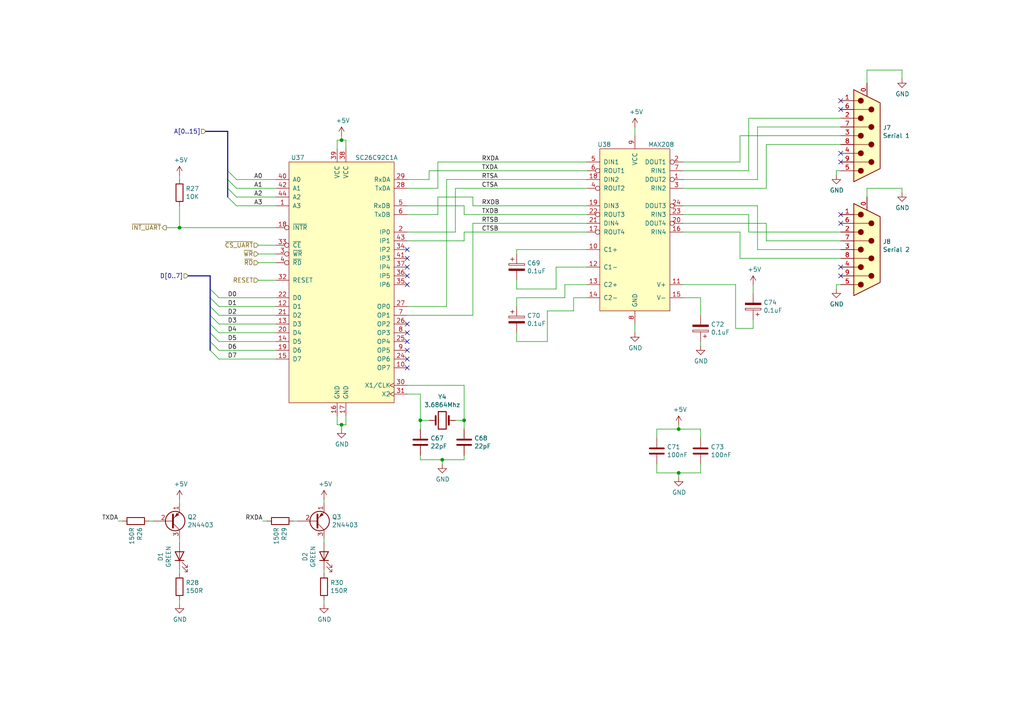
<source format=kicad_sch>
(kicad_sch (version 20211123) (generator eeschema)
  (paper "A4")
  (title_block (title "Y Ddraig Fach") (company "Stephen Moody"))
  (lib_symbols
    (symbol "Connector:DB9_Male_MountingHoles" (pin_names (offset 1.016) hide)
      (property "Reference" "J" (at 0 16.51 0))
      (property "Value" "DB9_Male_MountingHoles" (at 0 14.605 0))
      (symbol "DB9_Male_MountingHoles_0_1"
        (circle (center -1.778 -10.16) (radius 0.762) (fill (type outline)))
        (circle (center -1.778 -5.08) (radius 0.762) (fill (type outline)))
        (circle (center -1.778 0) (radius 0.762) (fill (type outline)))
        (circle (center -1.778 5.08) (radius 0.762) (fill (type outline)))
        (circle (center -1.778 10.16) (radius 0.762) (fill (type outline)))
        (polyline (pts (xy -3.81 -10.16) (xy -2.54 -10.16)))
        (polyline (pts (xy -3.81 -7.62) (xy 0.508 -7.62)))
        (polyline (pts (xy -3.81 -5.08) (xy -2.54 -5.08)))
        (polyline (pts (xy -3.81 -2.54) (xy 0.508 -2.54)))
        (polyline (pts (xy -3.81 0) (xy -2.54 0)))
        (polyline (pts (xy -3.81 2.54) (xy 0.508 2.54)))
        (polyline (pts (xy -3.81 5.08) (xy -2.54 5.08)))
        (polyline (pts (xy -3.81 7.62) (xy 0.508 7.62)))
        (polyline (pts (xy -3.81 10.16) (xy -2.54 10.16)))
        (polyline (pts (xy -3.81 -13.335) (xy -3.81 13.335) (xy 3.81 9.525) (xy 3.81 -9.525) (xy -3.81 -13.335)) (stroke (width 0.254)) (fill (type background)))
        (circle (center 1.27 -7.62) (radius 0.762) (fill (type outline)))
        (circle (center 1.27 -2.54) (radius 0.762) (fill (type outline)))
        (circle (center 1.27 2.54) (radius 0.762) (fill (type outline)))
        (circle (center 1.27 7.62) (radius 0.762) (fill (type outline)))
      )
      (symbol "DB9_Male_MountingHoles_1_1"
        (pin passive line (at 0 -15.24 90) (length 3.81) (name "PAD") (number "0"))
        (pin passive line (at -7.62 -10.16 0) (length 3.81) (name "1") (number "1"))
        (pin passive line (at -7.62 -5.08 0) (length 3.81) (name "2") (number "2"))
        (pin passive line (at -7.62 0 0) (length 3.81) (name "3") (number "3"))
        (pin passive line (at -7.62 5.08 0) (length 3.81) (name "4") (number "4"))
        (pin passive line (at -7.62 10.16 0) (length 3.81) (name "5") (number "5"))
        (pin passive line (at -7.62 -7.62 0) (length 3.81) (name "6") (number "6"))
        (pin passive line (at -7.62 -2.54 0) (length 3.81) (name "7") (number "7"))
        (pin passive line (at -7.62 2.54 0) (length 3.81) (name "8") (number "8"))
        (pin passive line (at -7.62 7.62 0) (length 3.81) (name "9") (number "9"))
      )
    )
    (symbol "Ddraig:MAX208" (pin_names (offset 1.016))
      (property "Reference" "U" (at -8.89 25.4 0))
      (property "Value" "MAX208" (at 6.35 25.4 0))
      (symbol "MAX208_0_1"
        (rectangle (start -10.16 24.13) (end 10.16 -22.86) (fill (type background)))
      )
      (symbol "MAX208_1_1"
        (pin output inverted (at 13.97 15.24 180) (length 3.81) (name "DOUT2") (number "1"))
        (pin passive line (at -13.97 -5.08 0) (length 3.81) (name "C1+") (number "10"))
        (pin passive line (at 13.97 -15.24 180) (length 3.81) (name "V+") (number "11"))
        (pin passive line (at -13.97 -10.16 0) (length 3.81) (name "C1-") (number "12"))
        (pin passive line (at -13.97 -15.24 0) (length 3.81) (name "C2+") (number "13"))
        (pin passive line (at -13.97 -19.05 0) (length 3.81) (name "C2-") (number "14"))
        (pin passive line (at 13.97 -19.05 180) (length 3.81) (name "V-") (number "15"))
        (pin input line (at 13.97 0 180) (length 3.81) (name "RIN4") (number "16"))
        (pin output inverted (at -13.97 0 0) (length 3.81) (name "ROUT4") (number "17"))
        (pin input line (at -13.97 15.24 0) (length 3.81) (name "DIN2") (number "18"))
        (pin input line (at -13.97 7.62 0) (length 3.81) (name "DIN3") (number "19"))
        (pin output inverted (at 13.97 20.32 180) (length 3.81) (name "DOUT1") (number "2"))
        (pin output inverted (at 13.97 2.54 180) (length 3.81) (name "DOUT4") (number "20"))
        (pin input line (at -13.97 2.54 0) (length 3.81) (name "DIN4") (number "21"))
        (pin output inverted (at -13.97 5.08 0) (length 3.81) (name "ROUT3") (number "22"))
        (pin input line (at 13.97 5.08 180) (length 3.81) (name "RIN3") (number "23"))
        (pin output inverted (at 13.97 7.62 180) (length 3.81) (name "DOUT3") (number "24"))
        (pin input line (at 13.97 12.7 180) (length 3.81) (name "RIN2") (number "3"))
        (pin output inverted (at -13.97 12.7 0) (length 3.81) (name "ROUT2") (number "4"))
        (pin input line (at -13.97 20.32 0) (length 3.81) (name "DIN1") (number "5"))
        (pin output inverted (at -13.97 17.78 0) (length 3.81) (name "ROUT1") (number "6"))
        (pin input line (at 13.97 17.78 180) (length 3.81) (name "RIN1") (number "7"))
        (pin power_in line (at 0 -26.67 90) (length 3.81) (name "GND") (number "8"))
        (pin power_in line (at 0 27.94 270) (length 3.81) (name "VCC") (number "9"))
      )
    )
    (symbol "Ddraig:SC26C92C1A" (pin_names (offset 1.016))
      (property "Reference" "U" (at -13.97 35.56 0))
      (property "Value" "SC26C92C1A" (at 12.7 35.56 0))
      (symbol "SC26C92C1A_0_1"
        (rectangle (start -15.24 34.29) (end 15.24 -35.56) (fill (type background)))
      )
      (symbol "SC26C92C1A_1_1"
        (pin input line (at -19.05 21.59 0) (length 3.81) (name "A3") (number "1"))
        (pin output line (at 19.05 -25.4 180) (length 3.81) (name "OP7") (number "10"))
        (pin no_connect line (at -19.05 -27.94 0) (length 3.81) hide (name "NC") (number "11"))
        (pin bidirectional line (at -19.05 -7.62 0) (length 3.81) (name "D1") (number "12"))
        (pin bidirectional line (at -19.05 -12.7 0) (length 3.81) (name "D3") (number "13"))
        (pin bidirectional line (at -19.05 -17.78 0) (length 3.81) (name "D5") (number "14"))
        (pin bidirectional line (at -19.05 -22.86 0) (length 3.81) (name "D7") (number "15"))
        (pin power_in line (at -1.27 -39.37 90) (length 3.81) (name "GND") (number "16"))
        (pin power_in line (at 1.27 -39.37 90) (length 3.81) (name "GND") (number "17"))
        (pin output inverted (at -19.05 15.24 0) (length 3.81) (name "~{INTR}") (number "18"))
        (pin bidirectional line (at -19.05 -20.32 0) (length 3.81) (name "D6") (number "19"))
        (pin input line (at 19.05 13.97 180) (length 3.81) (name "IP0") (number "2"))
        (pin bidirectional line (at -19.05 -15.24 0) (length 3.81) (name "D4") (number "20"))
        (pin bidirectional line (at -19.05 -10.16 0) (length 3.81) (name "D2") (number "21"))
        (pin bidirectional line (at -19.05 -5.08 0) (length 3.81) (name "D0") (number "22"))
        (pin no_connect line (at -19.05 -30.48 0) (length 3.81) hide (name "NC") (number "23"))
        (pin output line (at 19.05 -22.86 180) (length 3.81) (name "OP6") (number "24"))
        (pin output line (at 19.05 -17.78 180) (length 3.81) (name "OP4") (number "25"))
        (pin output line (at 19.05 -12.7 180) (length 3.81) (name "OP2") (number "26"))
        (pin output line (at 19.05 -7.62 180) (length 3.81) (name "OP0") (number "27"))
        (pin output line (at 19.05 26.67 180) (length 3.81) (name "TxDA") (number "28"))
        (pin input line (at 19.05 29.21 180) (length 3.81) (name "RxDA") (number "29"))
        (pin input inverted (at -19.05 7.62 0) (length 3.81) (name "~{WR}") (number "3"))
        (pin input clock (at 19.05 -30.48 180) (length 3.81) (name "X1/CLK") (number "30"))
        (pin input clock (at 19.05 -33.02 180) (length 3.81) (name "X2") (number "31"))
        (pin input line (at -19.05 0 0) (length 3.81) (name "RESET") (number "32"))
        (pin input inverted (at -19.05 10.16 0) (length 3.81) (name "~{CE}") (number "33"))
        (pin input line (at 19.05 8.89 180) (length 3.81) (name "IP2") (number "34"))
        (pin input line (at 19.05 -1.27 180) (length 3.81) (name "IP6") (number "35"))
        (pin input line (at 19.05 1.27 180) (length 3.81) (name "IP5") (number "36"))
        (pin input line (at 19.05 3.81 180) (length 3.81) (name "IP4") (number "37"))
        (pin power_in line (at 1.27 38.1 270) (length 3.81) (name "VCC") (number "38"))
        (pin power_in line (at -1.27 38.1 270) (length 3.81) (name "VCC") (number "39"))
        (pin input inverted (at -19.05 5.08 0) (length 3.81) (name "~{RD}") (number "4"))
        (pin input line (at -19.05 29.21 0) (length 3.81) (name "A0") (number "40"))
        (pin input line (at 19.05 6.35 180) (length 3.81) (name "IP3") (number "41"))
        (pin input line (at -19.05 26.67 0) (length 3.81) (name "A1") (number "42"))
        (pin input line (at 19.05 11.43 180) (length 3.81) (name "IP1") (number "43"))
        (pin input line (at -19.05 24.13 0) (length 3.81) (name "A2") (number "44"))
        (pin input line (at 19.05 21.59 180) (length 3.81) (name "RxDB") (number "5"))
        (pin output line (at 19.05 19.05 180) (length 3.81) (name "TxDB") (number "6"))
        (pin output line (at 19.05 -10.16 180) (length 3.81) (name "OP1") (number "7"))
        (pin output line (at 19.05 -15.24 180) (length 3.81) (name "OP3") (number "8"))
        (pin output line (at 19.05 -20.32 180) (length 3.81) (name "OP5") (number "9"))
      )
    )
    (symbol "Device:C" (pin_numbers hide) (pin_names (offset 0.254))
      (property "Reference" "C" (at 0.635 2.54 0))
      (property "Value" "C" (at 0.635 -2.54 0))
      (symbol "C_0_1"
        (polyline (pts (xy -2.032 -0.762) (xy 2.032 -0.762)) (stroke (width 0.508)))
        (polyline (pts (xy -2.032 0.762) (xy 2.032 0.762)) (stroke (width 0.508)))
      )
      (symbol "C_1_1"
        (pin passive line (at 0 3.81 270) (length 2.794) (name "~") (number "1"))
        (pin passive line (at 0 -3.81 90) (length 2.794) (name "~") (number "2"))
      )
    )
    (symbol "Device:C_Polarized" (pin_numbers hide) (pin_names (offset 0.254))
      (property "Reference" "C" (at 0.635 2.54 0))
      (property "Value" "C_Polarized" (at 0.635 -2.54 0))
      (symbol "C_Polarized_0_1"
        (rectangle (start -2.286 0.508) (end 2.286 1.016))
        (polyline (pts (xy -1.778 2.286) (xy -0.762 2.286)))
        (polyline (pts (xy -1.27 2.794) (xy -1.27 1.778)))
        (rectangle (start 2.286 -0.508) (end -2.286 -1.016) (fill (type outline)))
      )
      (symbol "C_Polarized_1_1"
        (pin passive line (at 0 3.81 270) (length 2.794) (name "~") (number "1"))
        (pin passive line (at 0 -3.81 90) (length 2.794) (name "~") (number "2"))
      )
    )
    (symbol "Device:Crystal" (pin_numbers hide) (pin_names (offset 1.016) hide)
      (property "Reference" "Y" (at 0 3.81 0))
      (property "Value" "Crystal" (at 0 -3.81 0))
      (symbol "Crystal_0_1"
        (rectangle (start -1.143 2.54) (end 1.143 -2.54) (stroke (width 0.3048)))
        (polyline (pts (xy -2.54 0) (xy -1.905 0)))
        (polyline (pts (xy -1.905 -1.27) (xy -1.905 1.27)) (stroke (width 0.508)))
        (polyline (pts (xy 1.905 -1.27) (xy 1.905 1.27)) (stroke (width 0.508)))
        (polyline (pts (xy 2.54 0) (xy 1.905 0)))
      )
      (symbol "Crystal_1_1"
        (pin passive line (at -3.81 0 0) (length 1.27) (name "1") (number "1"))
        (pin passive line (at 3.81 0 180) (length 1.27) (name "2") (number "2"))
      )
    )
    (symbol "Device:LED" (pin_numbers hide) (pin_names (offset 1.016) hide)
      (property "Reference" "D" (at 0 2.54 0))
      (property "Value" "LED" (at 0 -2.54 0))
      (symbol "LED_0_1"
        (polyline (pts (xy -1.27 -1.27) (xy -1.27 1.27)) (stroke (width 0.254)))
        (polyline (pts (xy -1.27 0) (xy 1.27 0)))
        (polyline (pts (xy 1.27 -1.27) (xy 1.27 1.27) (xy -1.27 0) (xy 1.27 -1.27)) (stroke (width 0.254)))
        (polyline (pts (xy -3.048 -0.762) (xy -4.572 -2.286) (xy -3.81 -2.286) (xy -4.572 -2.286) (xy -4.572 -1.524)))
        (polyline (pts (xy -1.778 -0.762) (xy -3.302 -2.286) (xy -2.54 -2.286) (xy -3.302 -2.286) (xy -3.302 -1.524)))
      )
      (symbol "LED_1_1"
        (pin passive line (at -3.81 0 0) (length 2.54) (name "K") (number "1"))
        (pin passive line (at 3.81 0 180) (length 2.54) (name "A") (number "2"))
      )
    )
    (symbol "Device:Q_PNP_EBC" (pin_names (offset 0) hide)
      (property "Reference" "Q" (at 5.08 1.27 0))
      (property "Value" "Q_PNP_EBC" (at 5.08 -1.27 0))
      (symbol "Q_PNP_EBC_0_1"
        (polyline (pts (xy 0.635 0.635) (xy 2.54 2.54)))
        (polyline (pts (xy 0.635 -0.635) (xy 2.54 -2.54) (xy 2.54 -2.54)))
        (polyline (pts (xy 0.635 1.905) (xy 0.635 -1.905) (xy 0.635 -1.905)) (stroke (width 0.508)))
        (polyline (pts (xy 2.286 -1.778) (xy 1.778 -2.286) (xy 1.27 -1.27) (xy 2.286 -1.778) (xy 2.286 -1.778)) (fill (type outline)))
        (circle (center 1.27 0) (radius 2.8194) (stroke (width 0.254)))
      )
      (symbol "Q_PNP_EBC_1_1"
        (pin passive line (at 2.54 -5.08 90) (length 2.54) (name "E") (number "1"))
        (pin input line (at -5.08 0 0) (length 5.715) (name "B") (number "2"))
        (pin passive line (at 2.54 5.08 270) (length 2.54) (name "C") (number "3"))
      )
    )
    (symbol "Device:R" (pin_numbers hide) (pin_names (offset 0))
      (property "Reference" "R" (at 2.032 0 90))
      (property "Value" "R" (at 0 0 90))
      (symbol "R_0_1"
        (rectangle (start -1.016 -2.54) (end 1.016 2.54) (stroke (width 0.254)))
      )
      (symbol "R_1_1"
        (pin passive line (at 0 3.81 270) (length 1.27) (name "~") (number "1"))
        (pin passive line (at 0 -3.81 90) (length 1.27) (name "~") (number "2"))
      )
    )
    (symbol "power:+5V" (power) (pin_names (offset 0))
      (property "Value" "+5V" (at 0 3.556 0))
      (symbol "+5V_0_1"
        (polyline (pts (xy -0.762 1.27) (xy 0 2.54)))
        (polyline (pts (xy 0 0) (xy 0 2.54)))
        (polyline (pts (xy 0 2.54) (xy 0.762 1.27)))
      )
      (symbol "+5V_1_1"
        (pin power_in line (at 0 0 90) (length 0) hide (name "+5V") (number "1"))
      )
    )
    (symbol "power:GND" (power) (pin_names (offset 0))
      (property "Value" "GND" (at 0 -3.81 0))
      (symbol "GND_0_1"
        (polyline (pts (xy 0 0) (xy 0 -1.27) (xy 1.27 -1.27) (xy 0 -2.54) (xy -1.27 -1.27) (xy 0 -1.27)))
      )
      (symbol "GND_1_1"
        (pin power_in line (at 0 0 270) (length 0) hide (name "GND") (number "1"))
      )
    )
  )
  (junction (at 99.06 40.64))
  (junction (at 121.92 121.92))
  (junction (at 99.06 123.19))
  (junction (at 134.62 121.92))
  (junction (at 196.85 137.16))
  (junction (at 52.07 66.04))
  (junction (at 196.85 124.46))
  (junction (at 128.27 133.35))
  (no_connect (at 118.11 80.01))
  (no_connect (at 118.11 101.6))
  (no_connect (at 118.11 93.98))
  (no_connect (at 243.84 44.45))
  (no_connect (at 118.11 96.52))
  (no_connect (at 243.84 62.23))
  (no_connect (at 118.11 104.14))
  (no_connect (at 243.84 77.47))
  (no_connect (at 243.84 31.75))
  (no_connect (at 118.11 77.47))
  (no_connect (at 243.84 46.99))
  (no_connect (at 243.84 64.77))
  (no_connect (at 118.11 72.39))
  (no_connect (at 118.11 99.06))
  (no_connect (at 118.11 106.68))
  (no_connect (at 118.11 74.93))
  (no_connect (at 118.11 82.55))
  (no_connect (at 243.84 80.01))
  (no_connect (at 243.84 29.21))
  (bus_entry (at 60.96 93.98) (size 2.54 2.54))
  (bus_entry (at 66.04 57.15) (size 2.54 2.54))
  (bus_entry (at 66.04 54.61) (size 2.54 2.54))
  (bus_entry (at 60.96 91.44) (size 2.54 2.54))
  (bus_entry (at 60.96 101.6) (size 2.54 2.54))
  (bus_entry (at 66.04 49.53) (size 2.54 2.54))
  (bus_entry (at 60.96 86.36) (size 2.54 2.54))
  (bus_entry (at 60.96 99.06) (size 2.54 2.54))
  (bus_entry (at 60.96 88.9) (size 2.54 2.54))
  (bus_entry (at 60.96 96.52) (size 2.54 2.54))
  (bus_entry (at 66.04 52.07) (size 2.54 2.54))
  (bus_entry (at 60.96 83.82) (size 2.54 2.54))
  (wire (pts (xy 93.98 156.21) (xy 93.98 157.48)))
  (wire (pts (xy 97.79 123.19) (xy 97.79 120.65)))
  (wire (pts (xy 214.63 46.99) (xy 214.63 39.37)))
  (wire (pts (xy 80.01 86.36) (xy 63.5 86.36)))
  (wire (pts (xy 217.17 67.31) (xy 243.84 67.31)))
  (wire (pts (xy 203.2 86.36) (xy 203.2 91.44)))
  (wire (pts (xy 80.01 101.6) (xy 63.5 101.6)))
  (wire (pts (xy 222.25 64.77) (xy 222.25 69.85)))
  (wire (pts (xy 121.92 132.08) (xy 121.92 133.35)))
  (wire (pts (xy 170.18 86.36) (xy 166.37 86.36)))
  (wire (pts (xy 80.01 59.69) (xy 68.58 59.69)))
  (wire (pts (xy 222.25 41.91) (xy 243.84 41.91)))
  (wire (pts (xy 52.07 66.04) (xy 48.26 66.04)))
  (wire (pts (xy 203.2 99.06) (xy 203.2 100.33)))
  (wire (pts (xy 127 54.61) (xy 127 46.99)))
  (wire (pts (xy 121.92 124.46) (xy 121.92 121.92)))
  (wire (pts (xy 80.01 91.44) (xy 63.5 91.44)))
  (wire (pts (xy 52.07 156.21) (xy 52.07 157.48)))
  (wire (pts (xy 137.16 64.77) (xy 170.18 64.77)))
  (wire (pts (xy 129.54 52.07) (xy 129.54 88.9)))
  (bus (pts (xy 66.04 38.1) (xy 66.04 49.53)))
  (wire (pts (xy 251.46 54.61) (xy 261.62 54.61)))
  (bus (pts (xy 60.96 86.36) (xy 60.96 88.9)))
  (wire (pts (xy 251.46 54.61) (xy 251.46 57.15)))
  (wire (pts (xy 127 46.99) (xy 170.18 46.99)))
  (wire (pts (xy 190.5 124.46) (xy 196.85 124.46)))
  (wire (pts (xy 118.11 52.07) (xy 124.46 52.07)))
  (wire (pts (xy 52.07 50.8) (xy 52.07 52.07)))
  (wire (pts (xy 137.16 59.69) (xy 170.18 59.69)))
  (wire (pts (xy 80.01 81.28) (xy 74.93 81.28)))
  (wire (pts (xy 100.33 123.19) (xy 99.06 123.19)))
  (bus (pts (xy 66.04 52.07) (xy 66.04 54.61)))
  (bus (pts (xy 60.96 80.01) (xy 54.61 80.01)))
  (wire (pts (xy 63.5 96.52) (xy 80.01 96.52)))
  (wire (pts (xy 218.44 85.09) (xy 218.44 82.55)))
  (wire (pts (xy 118.11 54.61) (xy 127 54.61)))
  (wire (pts (xy 214.63 74.93) (xy 243.84 74.93)))
  (wire (pts (xy 134.62 69.85) (xy 118.11 69.85)))
  (wire (pts (xy 63.5 88.9) (xy 80.01 88.9)))
  (wire (pts (xy 118.11 59.69) (xy 134.62 59.69)))
  (wire (pts (xy 63.5 93.98) (xy 80.01 93.98)))
  (wire (pts (xy 170.18 67.31) (xy 134.62 67.31)))
  (wire (pts (xy 80.01 66.04) (xy 52.07 66.04)))
  (wire (pts (xy 219.71 52.07) (xy 219.71 36.83)))
  (wire (pts (xy 198.12 67.31) (xy 214.63 67.31)))
  (wire (pts (xy 124.46 49.53) (xy 170.18 49.53)))
  (wire (pts (xy 149.86 86.36) (xy 163.83 86.36)))
  (wire (pts (xy 198.12 54.61) (xy 222.25 54.61)))
  (bus (pts (xy 60.96 96.52) (xy 60.96 99.06)))
  (wire (pts (xy 251.46 20.32) (xy 261.62 20.32)))
  (wire (pts (xy 34.29 151.13) (xy 35.56 151.13)))
  (wire (pts (xy 198.12 62.23) (xy 217.17 62.23)))
  (wire (pts (xy 80.01 71.12) (xy 74.93 71.12)))
  (wire (pts (xy 184.15 36.83) (xy 184.15 39.37)))
  (wire (pts (xy 80.01 52.07) (xy 68.58 52.07)))
  (wire (pts (xy 190.5 137.16) (xy 196.85 137.16)))
  (bus (pts (xy 60.96 99.06) (xy 60.96 101.6)))
  (wire (pts (xy 52.07 146.05) (xy 52.07 144.78)))
  (wire (pts (xy 118.11 114.3) (xy 121.92 114.3)))
  (wire (pts (xy 149.86 96.52) (xy 149.86 99.06)))
  (wire (pts (xy 196.85 123.19) (xy 196.85 124.46)))
  (wire (pts (xy 100.33 40.64) (xy 99.06 40.64)))
  (wire (pts (xy 217.17 67.31) (xy 217.17 62.23)))
  (wire (pts (xy 214.63 67.31) (xy 214.63 74.93)))
  (wire (pts (xy 149.86 81.28) (xy 149.86 83.82)))
  (bus (pts (xy 60.96 91.44) (xy 60.96 93.98)))
  (wire (pts (xy 99.06 123.19) (xy 97.79 123.19)))
  (wire (pts (xy 121.92 121.92) (xy 124.46 121.92)))
  (wire (pts (xy 80.01 76.2) (xy 74.93 76.2)))
  (wire (pts (xy 43.18 151.13) (xy 44.45 151.13)))
  (wire (pts (xy 198.12 64.77) (xy 222.25 64.77)))
  (wire (pts (xy 170.18 52.07) (xy 129.54 52.07)))
  (wire (pts (xy 166.37 86.36) (xy 166.37 90.17)))
  (wire (pts (xy 149.86 72.39) (xy 170.18 72.39)))
  (wire (pts (xy 213.36 82.55) (xy 213.36 95.25)))
  (wire (pts (xy 198.12 52.07) (xy 219.71 52.07)))
  (wire (pts (xy 219.71 36.83) (xy 243.84 36.83)))
  (wire (pts (xy 217.17 49.53) (xy 217.17 34.29)))
  (wire (pts (xy 163.83 82.55) (xy 163.83 86.36)))
  (bus (pts (xy 66.04 38.1) (xy 59.69 38.1)))
  (wire (pts (xy 261.62 20.32) (xy 261.62 22.86)))
  (wire (pts (xy 218.44 95.25) (xy 218.44 92.71)))
  (bus (pts (xy 60.96 83.82) (xy 60.96 86.36)))
  (wire (pts (xy 63.5 104.14) (xy 80.01 104.14)))
  (wire (pts (xy 214.63 39.37) (xy 243.84 39.37)))
  (wire (pts (xy 203.2 134.62) (xy 203.2 137.16)))
  (wire (pts (xy 128.27 133.35) (xy 134.62 133.35)))
  (bus (pts (xy 66.04 49.53) (xy 66.04 52.07)))
  (wire (pts (xy 222.25 54.61) (xy 222.25 41.91)))
  (wire (pts (xy 190.5 134.62) (xy 190.5 137.16)))
  (wire (pts (xy 198.12 46.99) (xy 214.63 46.99)))
  (wire (pts (xy 198.12 82.55) (xy 213.36 82.55)))
  (wire (pts (xy 124.46 52.07) (xy 124.46 49.53)))
  (wire (pts (xy 196.85 124.46) (xy 203.2 124.46)))
  (wire (pts (xy 128.27 134.62) (xy 128.27 133.35)))
  (wire (pts (xy 127 62.23) (xy 127 57.15)))
  (wire (pts (xy 149.86 72.39) (xy 149.86 73.66)))
  (wire (pts (xy 203.2 127) (xy 203.2 124.46)))
  (wire (pts (xy 161.29 77.47) (xy 161.29 83.82)))
  (wire (pts (xy 118.11 62.23) (xy 127 62.23)))
  (wire (pts (xy 80.01 57.15) (xy 68.58 57.15)))
  (wire (pts (xy 184.15 96.52) (xy 184.15 93.98)))
  (bus (pts (xy 60.96 80.01) (xy 60.96 83.82)))
  (wire (pts (xy 99.06 40.64) (xy 97.79 40.64)))
  (wire (pts (xy 93.98 146.05) (xy 93.98 144.78)))
  (wire (pts (xy 219.71 72.39) (xy 243.84 72.39)))
  (wire (pts (xy 99.06 39.37) (xy 99.06 40.64)))
  (wire (pts (xy 93.98 165.1) (xy 93.98 166.37)))
  (wire (pts (xy 158.75 90.17) (xy 166.37 90.17)))
  (wire (pts (xy 52.07 165.1) (xy 52.07 166.37)))
  (bus (pts (xy 66.04 54.61) (xy 66.04 57.15)))
  (wire (pts (xy 196.85 137.16) (xy 203.2 137.16)))
  (wire (pts (xy 118.11 91.44) (xy 137.16 91.44)))
  (wire (pts (xy 132.08 54.61) (xy 132.08 67.31)))
  (wire (pts (xy 76.2 151.13) (xy 77.47 151.13)))
  (wire (pts (xy 134.62 59.69) (xy 134.62 62.23)))
  (wire (pts (xy 52.07 173.99) (xy 52.07 175.26)))
  (bus (pts (xy 60.96 88.9) (xy 60.96 91.44)))
  (wire (pts (xy 137.16 57.15) (xy 137.16 59.69)))
  (wire (pts (xy 243.84 49.53) (xy 242.57 49.53)))
  (bus (pts (xy 60.96 93.98) (xy 60.96 96.52)))
  (wire (pts (xy 63.5 99.06) (xy 80.01 99.06)))
  (wire (pts (xy 134.62 121.92) (xy 132.08 121.92)))
  (wire (pts (xy 219.71 59.69) (xy 219.71 72.39)))
  (wire (pts (xy 134.62 121.92) (xy 134.62 111.76)))
  (wire (pts (xy 170.18 77.47) (xy 161.29 77.47)))
  (wire (pts (xy 149.86 83.82) (xy 161.29 83.82)))
  (wire (pts (xy 80.01 54.61) (xy 68.58 54.61)))
  (wire (pts (xy 213.36 95.25) (xy 218.44 95.25)))
  (wire (pts (xy 132.08 67.31) (xy 118.11 67.31)))
  (wire (pts (xy 118.11 111.76) (xy 134.62 111.76)))
  (wire (pts (xy 134.62 124.46) (xy 134.62 121.92)))
  (wire (pts (xy 129.54 88.9) (xy 118.11 88.9)))
  (wire (pts (xy 243.84 82.55) (xy 242.57 82.55)))
  (wire (pts (xy 190.5 127) (xy 190.5 124.46)))
  (wire (pts (xy 149.86 86.36) (xy 149.86 88.9)))
  (wire (pts (xy 121.92 121.92) (xy 121.92 114.3)))
  (wire (pts (xy 85.09 151.13) (xy 86.36 151.13)))
  (wire (pts (xy 198.12 86.36) (xy 203.2 86.36)))
  (wire (pts (xy 217.17 34.29) (xy 243.84 34.29)))
  (wire (pts (xy 242.57 49.53) (xy 242.57 50.8)))
  (wire (pts (xy 100.33 43.18) (xy 100.33 40.64)))
  (wire (pts (xy 127 57.15) (xy 137.16 57.15)))
  (wire (pts (xy 137.16 91.44) (xy 137.16 64.77)))
  (wire (pts (xy 100.33 120.65) (xy 100.33 123.19)))
  (wire (pts (xy 121.92 133.35) (xy 128.27 133.35)))
  (wire (pts (xy 134.62 133.35) (xy 134.62 132.08)))
  (wire (pts (xy 149.86 99.06) (xy 158.75 99.06)))
  (wire (pts (xy 158.75 99.06) (xy 158.75 90.17)))
  (wire (pts (xy 222.25 69.85) (xy 243.84 69.85)))
  (wire (pts (xy 99.06 124.46) (xy 99.06 123.19)))
  (wire (pts (xy 198.12 49.53) (xy 217.17 49.53)))
  (wire (pts (xy 134.62 67.31) (xy 134.62 69.85)))
  (wire (pts (xy 93.98 173.99) (xy 93.98 175.26)))
  (wire (pts (xy 261.62 54.61) (xy 261.62 55.88)))
  (wire (pts (xy 196.85 138.43) (xy 196.85 137.16)))
  (wire (pts (xy 170.18 54.61) (xy 132.08 54.61)))
  (wire (pts (xy 242.57 82.55) (xy 242.57 83.82)))
  (wire (pts (xy 134.62 62.23) (xy 170.18 62.23)))
  (wire (pts (xy 251.46 24.13) (xy 251.46 20.32)))
  (wire (pts (xy 198.12 59.69) (xy 219.71 59.69)))
  (wire (pts (xy 97.79 40.64) (xy 97.79 43.18)))
  (wire (pts (xy 52.07 59.69) (xy 52.07 66.04)))
  (wire (pts (xy 170.18 82.55) (xy 163.83 82.55)))
  (wire (pts (xy 74.93 73.66) (xy 80.01 73.66)))
  (label "A0" (at 73.66 52.07 0))
  (label "TXDB" (at 139.7 62.23 0))
  (label "TXDA" (at 34.29 151.13 180))
  (label "D2" (at 66.04 91.44 0))
  (label "D6" (at 66.04 101.6 0))
  (label "D0" (at 66.04 86.36 0))
  (label "RTSA" (at 139.7 52.07 0))
  (label "A2" (at 73.66 57.15 0))
  (label "D4" (at 66.04 96.52 0))
  (label "D7" (at 66.04 104.14 0))
  (label "D5" (at 66.04 99.06 0))
  (label "CTSA" (at 139.7 54.61 0))
  (label "D1" (at 66.04 88.9 0))
  (label "D3" (at 66.04 93.98 0))
  (label "A3" (at 73.66 59.69 0))
  (label "RTSB" (at 139.7 64.77 0))
  (label "RXDA" (at 139.7 46.99 0))
  (label "CTSB" (at 139.7 67.31 0))
  (label "A1" (at 73.66 54.61 0))
  (label "TXDA" (at 139.7 49.53 0))
  (label "RXDA" (at 76.2 151.13 180))
  (label "RXDB" (at 139.7 59.69 0))
  (hierarchical_label "~{WR}" (shape input) (at 74.93 73.66 180))
  (hierarchical_label "D[0..7]" (shape input) (at 54.61 80.01 180))
  (hierarchical_label "A[0..15]" (shape input) (at 59.69 38.1 180))
  (hierarchical_label "RESET" (shape input) (at 74.93 81.28 180))
  (hierarchical_label "~{RD}" (shape input) (at 74.93 76.2 180))
  (hierarchical_label "~{CS_UART}" (shape input) (at 74.93 71.12 180))
  (hierarchical_label "~{INT_UART}" (shape output) (at 48.26 66.04 180))
  (symbol (lib_id "Device:Crystal") (at 128.27 121.92 0) (unit 1)
    (property "Reference" "Y4" (at 128.27 115.1128 0))
    (property "Value" "3.6864Mhz" (at 128.27 117.4242 0))
    (property "Footprint" "Crystal:Crystal_HC50_Vertical" (effects hide))
  )
  (symbol (lib_id "Device:C") (at 134.62 128.27 0) (unit 1)
    (property "Reference" "C68" (at 137.541 127.1016 0) (effects (justify left)))
    (property "Value" "22pF" (at 137.541 129.413 0) (effects (justify left)))
    (property "Footprint" "Capacitor_THT:C_Disc_D5.0mm_W2.5mm_P2.50mm" (effects hide))
  )
  (symbol (lib_id "Device:C") (at 121.92 128.27 0) (unit 1)
    (property "Reference" "C67" (at 124.841 127.1016 0) (effects (justify left)))
    (property "Value" "22pF" (at 124.841 129.413 0) (effects (justify left)))
    (property "Footprint" "Capacitor_THT:C_Disc_D5.0mm_W2.5mm_P2.50mm" (effects hide))
  )
  (symbol (lib_id "Device:R") (at 52.07 55.88 0) (unit 1)
    (property "Reference" "R27" (at 53.848 54.7116 0) (effects (justify left)))
    (property "Value" "10K" (at 53.848 57.023 0) (effects (justify left)))
    (property "Footprint" "Resistor_THT:R_Axial_DIN0207_L6.3mm_D2.5mm_P10.16mm_Horizontal" (effects hide))
  )
  (symbol (lib_id "power:+5V") (at 52.07 50.8 0) (unit 1)
    (property "Reference" "#PWR0137" (effects hide))
    (property "Value" "+5V" (at 52.451 46.4058 0))
  )
  (symbol (lib_id "Device:R") (at 52.07 170.18 0) (unit 1)
    (property "Reference" "R28" (at 53.848 169.0116 0) (effects (justify left)))
    (property "Value" "150R" (at 53.848 171.323 0) (effects (justify left)))
    (property "Footprint" "Resistor_THT:R_Axial_DIN0207_L6.3mm_D2.5mm_P10.16mm_Horizontal" (effects hide))
  )
  (symbol (lib_id "Device:LED") (at 52.07 161.29 90) (unit 1)
    (property "Reference" "D1" (at 46.5582 161.4678 0))
    (property "Value" "GREEN" (at 48.8696 161.4678 0))
    (property "Footprint" "LED_THT:LED_D5.0mm" (effects hide))
  )
  (symbol (lib_id "Device:Q_PNP_EBC") (at 49.53 151.13 0) (mirror x) (unit 1)
    (property "Reference" "Q2" (at 54.356 149.9616 0) (effects (justify left)))
    (property "Value" "2N4403" (at 54.356 152.273 0) (effects (justify left)))
    (property "Footprint" "Package_TO_SOT_THT:TO-92" (effects hide))
  )
  (symbol (lib_id "power:GND") (at 52.07 175.26 0) (unit 1)
    (property "Reference" "#PWR0139" (effects hide))
    (property "Value" "GND" (at 52.197 179.6542 0))
  )
  (symbol (lib_id "Device:R") (at 39.37 151.13 270) (unit 1)
    (property "Reference" "R26" (at 40.5384 152.908 0) (effects (justify left)))
    (property "Value" "150R" (at 38.227 152.908 0) (effects (justify left)))
    (property "Footprint" "Resistor_THT:R_Axial_DIN0207_L6.3mm_D2.5mm_P10.16mm_Horizontal" (effects hide))
  )
  (symbol (lib_id "power:+5V") (at 52.07 144.78 0) (unit 1)
    (property "Reference" "#PWR0138" (effects hide))
    (property "Value" "+5V" (at 52.451 140.3858 0))
  )
  (symbol (lib_id "Device:R") (at 93.98 170.18 0) (unit 1)
    (property "Reference" "R30" (at 95.758 169.0116 0) (effects (justify left)))
    (property "Value" "150R" (at 95.758 171.323 0) (effects (justify left)))
    (property "Footprint" "Resistor_THT:R_Axial_DIN0207_L6.3mm_D2.5mm_P10.16mm_Horizontal" (effects hide))
  )
  (symbol (lib_id "Device:LED") (at 93.98 161.29 90) (unit 1)
    (property "Reference" "D2" (at 88.4682 161.4678 0))
    (property "Value" "GREEN" (at 90.7796 161.4678 0))
    (property "Footprint" "LED_THT:LED_D5.0mm" (effects hide))
  )
  (symbol (lib_id "Device:Q_PNP_EBC") (at 91.44 151.13 0) (mirror x) (unit 1)
    (property "Reference" "Q3" (at 96.266 149.9616 0) (effects (justify left)))
    (property "Value" "2N4403" (at 96.266 152.273 0) (effects (justify left)))
    (property "Footprint" "Package_TO_SOT_THT:TO-92" (effects hide))
  )
  (symbol (lib_id "power:GND") (at 93.98 175.26 0) (unit 1)
    (property "Reference" "#PWR0141" (effects hide))
    (property "Value" "GND" (at 94.107 179.6542 0))
  )
  (symbol (lib_id "Device:R") (at 81.28 151.13 270) (unit 1)
    (property "Reference" "R29" (at 82.4484 152.908 0) (effects (justify left)))
    (property "Value" "150R" (at 80.137 152.908 0) (effects (justify left)))
    (property "Footprint" "Resistor_THT:R_Axial_DIN0207_L6.3mm_D2.5mm_P10.16mm_Horizontal" (effects hide))
  )
  (symbol (lib_id "power:+5V") (at 93.98 144.78 0) (unit 1)
    (property "Reference" "#PWR0140" (effects hide))
    (property "Value" "+5V" (at 94.361 140.3858 0))
  )
  (symbol (lib_id "Device:C") (at 190.5 130.81 0) (unit 1)
    (property "Reference" "C71" (at 193.421 129.6416 0) (effects (justify left)))
    (property "Value" "100nF" (at 193.421 131.953 0) (effects (justify left)))
    (property "Footprint" "Capacitor_THT:C_Disc_D5.0mm_W2.5mm_P2.50mm" (effects hide))
  )
  (symbol (lib_id "Device:C") (at 203.2 130.81 0) (unit 1)
    (property "Reference" "C73" (at 206.121 129.6416 0) (effects (justify left)))
    (property "Value" "100nF" (at 206.121 131.953 0) (effects (justify left)))
    (property "Footprint" "Capacitor_THT:C_Disc_D5.0mm_W2.5mm_P2.50mm" (effects hide))
  )
  (symbol (lib_id "power:+5V") (at 196.85 123.19 0) (unit 1)
    (property "Reference" "#PWR0147" (effects hide))
    (property "Value" "+5V" (at 197.231 118.7958 0))
  )
  (symbol (lib_id "power:GND") (at 196.85 138.43 0) (unit 1)
    (property "Reference" "#PWR0148" (effects hide))
    (property "Value" "GND" (at 196.977 142.8242 0))
  )
  (symbol (lib_id "Ddraig:SC26C92C1A") (at 99.06 81.28 0) (unit 1)
    (property "Reference" "U37" (at 86.36 45.72 0))
    (property "Value" "SC26C92C1A" (at 109.22 45.72 0))
    (property "Footprint" "Package_LCC:PLCC-44_THT-Socket" (effects hide))
  )
  (symbol (lib_id "power:+5V") (at 99.06 39.37 0) (unit 1)
    (property "Reference" "#PWR0142" (effects hide))
    (property "Value" "+5V" (at 99.441 34.9758 0))
  )
  (symbol (lib_id "power:GND") (at 99.06 124.46 0) (unit 1)
    (property "Reference" "#PWR0143" (effects hide))
    (property "Value" "GND" (at 99.187 128.8542 0))
  )
  (symbol (lib_id "power:GND") (at 128.27 134.62 0) (unit 1)
    (property "Reference" "#PWR0144" (effects hide))
    (property "Value" "GND" (at 128.397 139.0142 0))
  )
  (symbol (lib_id "Ddraig:MAX208") (at 184.15 67.31 0) (unit 1)
    (property "Reference" "U38" (at 175.26 41.91 0))
    (property "Value" "MAX208" (at 191.77 41.91 0))
    (property "Footprint" "Package_DIP:DIP-24_W7.62mm_Socket" (effects hide))
  )
  (symbol (lib_id "Device:C_Polarized") (at 203.2 95.25 180) (unit 1)
    (property "Reference" "C72" (at 206.1972 94.0816 0) (effects (justify right)))
    (property "Value" "0.1uF" (at 206.1972 96.393 0) (effects (justify right)))
    (property "Footprint" "Capacitor_THT:CP_Radial_D5.0mm_P2.50mm" (effects hide))
  )
  (symbol (lib_id "Device:C_Polarized") (at 218.44 88.9 180) (unit 1)
    (property "Reference" "C74" (at 221.4372 87.7316 0) (effects (justify right)))
    (property "Value" "0.1uF" (at 221.4372 90.043 0) (effects (justify right)))
    (property "Footprint" "Capacitor_THT:CP_Radial_D5.0mm_P2.50mm" (effects hide))
  )
  (symbol (lib_id "Device:C_Polarized") (at 149.86 77.47 0) (unit 1)
    (property "Reference" "C69" (at 152.8572 76.3016 0) (effects (justify left)))
    (property "Value" "0.1uF" (at 152.8572 78.613 0) (effects (justify left)))
    (property "Footprint" "Capacitor_THT:CP_Radial_D5.0mm_P2.50mm" (effects hide))
  )
  (symbol (lib_id "Device:C_Polarized") (at 149.86 92.71 0) (unit 1)
    (property "Reference" "C70" (at 152.8572 91.5416 0) (effects (justify left)))
    (property "Value" "0.1uF" (at 152.8572 93.853 0) (effects (justify left)))
    (property "Footprint" "Capacitor_THT:CP_Radial_D5.0mm_P2.50mm" (effects hide))
  )
  (symbol (lib_id "power:GND") (at 184.15 96.52 0) (unit 1)
    (property "Reference" "#PWR0146" (effects hide))
    (property "Value" "GND" (at 184.277 100.9142 0))
  )
  (symbol (lib_id "power:GND") (at 203.2 100.33 0) (unit 1)
    (property "Reference" "#PWR0149" (effects hide))
    (property "Value" "GND" (at 203.327 104.7242 0))
  )
  (symbol (lib_id "power:+5V") (at 218.44 82.55 0) (unit 1)
    (property "Reference" "#PWR0150" (effects hide))
    (property "Value" "+5V" (at 218.821 78.1558 0))
  )
  (symbol (lib_id "power:+5V") (at 184.15 36.83 0) (unit 1)
    (property "Reference" "#PWR0145" (effects hide))
    (property "Value" "+5V" (at 184.531 32.4358 0))
  )
  (symbol (lib_id "Connector:DB9_Male_MountingHoles") (at 251.46 39.37 0) (mirror x) (unit 1)
    (property "Reference" "J7" (at 256.032 37.0586 0) (effects (justify left)))
    (property "Value" "Serial 1" (at 256.032 39.37 0) (effects (justify left)))
    (property "Footprint" "Connector_Dsub:DSUB-9_Male_Horizontal_P2.77x2.84mm_EdgePinOffset4.94mm_Housed_MountingHolesOffset7.48mm" (effects hide))
    (property "Datasheet" " ~" (effects hide))
  )
  (symbol (lib_id "Connector:DB9_Male_MountingHoles") (at 251.46 72.39 0) (mirror x) (unit 1)
    (property "Reference" "J8" (at 256.032 70.0786 0) (effects (justify left)))
    (property "Value" "Serial 2" (at 256.032 72.39 0) (effects (justify left)))
    (property "Footprint" "Connector_Dsub:DSUB-9_Male_Horizontal_P2.77x2.84mm_EdgePinOffset4.94mm_Housed_MountingHolesOffset7.48mm" (effects hide))
    (property "Datasheet" " ~" (effects hide))
  )
  (symbol (lib_id "power:GND") (at 242.57 50.8 0) (unit 1)
    (property "Reference" "#PWR0151" (effects hide))
    (property "Value" "GND" (at 242.697 55.1942 0))
  )
  (symbol (lib_id "power:GND") (at 242.57 83.82 0) (unit 1)
    (property "Reference" "#PWR0152" (effects hide))
    (property "Value" "GND" (at 242.697 88.2142 0))
  )
  (symbol (lib_id "power:GND") (at 261.62 55.88 0) (unit 1)
    (property "Reference" "#PWR0154" (effects hide))
    (property "Value" "GND" (at 261.747 60.2742 0))
  )
  (symbol (lib_id "power:GND") (at 261.62 22.86 0) (unit 1)
    (property "Reference" "#PWR0153" (effects hide))
    (property "Value" "GND" (at 261.747 27.2542 0))
  )
)
</source>
